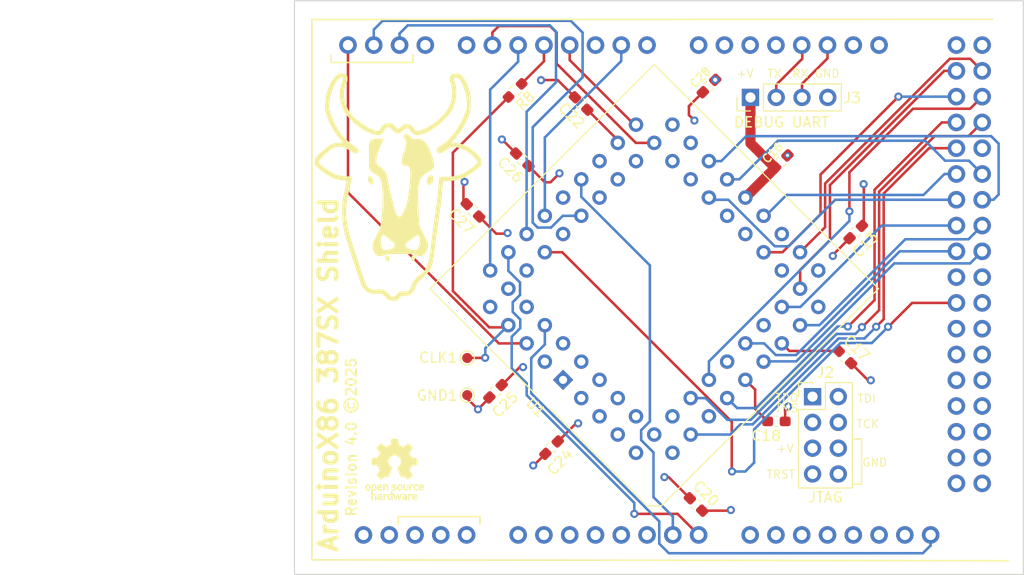
<source format=kicad_pcb>
(kicad_pcb (version 20241229) (generator "pcbnew") (generator_version "9.0")
  (title_block (title "Arduino286") (date "2023-01-18") (rev "1"))
  (layers (0 "F.Cu" signal) (4 "In1.Cu" power) (6 "In2.Cu" power) (2 "B.Cu" signal) (13 "F.Paste" user) (15 "B.Paste" user) (5 "F.SilkS" user "F.Silkscreen") (7 "B.SilkS" user "B.Silkscreen") (1 "F.Mask" user) (3 "B.Mask" user) (25 "Edge.Cuts" user))
  (net 0 "")
  (net 1 "INTR")
  (net 2 "NMI")
  (net 3 "HOLD")
  (net 6 "GND")
  (net 7 "RESET")
  (net 8 "CLOCK")
  (net 9 "+3.3V")
  (net 12 "/D6_A")
  (net 13 "/D7_A")
  (net 14 "/D1_A")
  (net 15 "/D0_A")
  (net 16 "/D5_A")
  (net 17 "/D4_A")
  (net 18 "/D2_A")
  (net 19 "/D3_A")
  (net 20 "/D8_A")
  (net 21 "/D15_A")
  (net 22 "/D12_A")
  (net 23 "/D14_A")
  (net 24 "/D13_A")
  (net 25 "/D10_A")
  (net 26 "/D11_A")
  (net 27 "/D9_A")
  (net 28 "/A4_A")
  (net 29 "/A5_A")
  (net 30 "/A2_A")
  (net 31 "/A7_A")
  (net 32 "/A1_A")
  (net 33 "/A6_A")
  (net 34 "/A0_A")
  (net 35 "/A3_A")
  (net 36 "/A8_A")
  (net 37 "/A15_A")
  (net 38 "/A9_A")
  (net 39 "/A13_A")
  (net 40 "/A14_A")
  (net 41 "/A12_A")
  (net 42 "/A11_A")
  (net 43 "/A10_A")
  (net 44 "/A16_A")
  (net 45 "/A19_A")
  (net 46 "/A18_A")
  (net 47 "/A17_A")
  (net 48 "/A23_A")
  (net 49 "/A22_A")
  (net 50 "/A21_A")
  (net 51 "/A20_A")
  (net 52 "Net-(U1-CPUCLK2)")
  (net 53 "TCK")
  (net 54 "TMS")
  (net 55 "TDO")
  (net 56 "TRST")
  (net 57 "D{slash}~{C}")
  (net 58 "TDI")
  (net 59 "W{slash}~{R}")
  (net 60 "+3.3VP")
  (net 61 "RD")
  (net 62 "WR")
  (net 63 "BS8")
  (net 67 "M{slash}~{IO}")
  (net 77 "PEREQ")
  (net 78 "~{ADS}")
  (net 79 "DBG_TX")
  (net 80 "DBG_RX")
  (net 81 "~{READYO}")
  (net 82 "~{ERROR}")
  (net 83 "~{READY}")
  (net 84 "~{BUSY}")
  (net 85 "~{SMIACT}")
  (net 86 "~{LOCK}")
  (net 87 "~{SMI}")
  (footprint "286-plcc:PLCC-68_286-THT-Socket" (layer "F.Cu") (at 158.730919 105.28514 135)
    (property "Reference" "U1")
    (property "Value" "~" (hide yes))
  )
  (footprint "Capacitor_SMD:C_0603_1608Metric_Pad1.08x0.95mm_HandSolder" (layer "F.Cu") (at 171.83087 117.563806 135)
    (property "Reference" "C20")
    (property "Value" "C" (hide yes))
  )
  (footprint "Capacitor_SMD:C_0603_1608Metric_Pad1.08x0.95mm_HandSolder" (layer "F.Cu") (at 187.570148 90.721511 -135)
    (property "Reference" "C13")
    (property "Value" "C" (hide yes))
  )
  (footprint "Capacitor_SMD:C_0603_1608Metric_Pad1.08x0.95mm_HandSolder" (layer "F.Cu") (at 149.849365 88.581997 -45)
    (property "Reference" "C27")
    (property "Value" "C" (hide yes))
  )
  (footprint "Capacitor_SMD:C_0603_1608Metric_Pad1.08x0.95mm_HandSolder" (layer "F.Cu") (at 179.750554 109.376342 180)
    (property "Reference" "C18")
    (property "Value" "C" (hide yes))
  )
  (footprint "Capacitor_SMD:C_0603_1608Metric_Pad1.08x0.95mm_HandSolder" (layer "F.Cu") (at 180.23012 83.77988 -135)
    (property "Reference" "C16")
    (property "Value" "C" (hide yes))
  )
  (footprint "Capacitor_SMD:C_0603_1608Metric_Pad1.08x0.95mm_HandSolder" (layer "F.Cu") (at 157.597068 111.960891 45)
    (property "Reference" "C24")
    (property "Value" "C" (hide yes))
  )
  (footprint "cow:cow" (layer "F.Cu") (at 142.526771 86.36)
    (property "Reference" "G***" (hide yes))
    (property "Value" "LOGO" (hide yes))
  )
  (footprint "Capacitor_SMD:C_0603_1608Metric_Pad1.08x0.95mm_HandSolder" (layer "F.Cu") (at 186.497063 103.038317 135)
    (property "Reference" "C17")
    (property "Value" "C" (hide yes))
  )
  (footprint "TestPoint:TestPoint_Pad_D1.0mm" (layer "F.Cu") (at 149.28839 103.1305)
    (property "Reference" "CLK1")
    (property "Value" "TestPoint" (hide yes))
  )
  (footprint "Arduino_Library:Arduino_Mega2560_Shield" (layer "F.Cu") (at 103.505 123.1025)
    (property "Reference" "XA1" (hide yes))
    (property "Value" "Arduino_Mega2560_Shield" (hide yes))
  )
  (footprint "Capacitor_SMD:C_0603_1608Metric_Pad1.08x0.95mm_HandSolder" (layer "F.Cu") (at 152.07668 106.404579 45)
    (property "Reference" "C25")
    (property "Value" "C" (hide yes))
  )
  (footprint "Capacitor_SMD:C_0603_1608Metric_Pad1.08x0.95mm_HandSolder" (layer "F.Cu") (at 154.717126 83.593818 -45)
    (property "Reference" "C26")
    (property "Value" "C" (hide yes))
  )
  (footprint "Resistor_SMD:R_0603_1608Metric_Pad0.98x0.95mm_HandSolder" (layer "F.Cu") (at 154.004774 76.770466 -135)
    (property "Reference" "R8")
    (property "Value" "R")
  )
  (footprint "Connector_PinHeader_2.54mm:PinHeader_1x04_P2.54mm_Vertical" (layer "F.Cu") (at 177.193806 77.459017 90)
    (property "Reference" "J3")
    (property "Value" "Conn_01x04_Pin" (hide yes))
  )
  (footprint "Capacitor_SMD:C_0603_1608Metric_Pad1.08x0.95mm_HandSolder" (layer "F.Cu") (at 160.510967 78.057435 -45)
    (property "Reference" "C22")
    (property "Value" "C" (hide yes))
  )
  (footprint "Symbol:OSHW-Logo_5.7x6mm_SilkScreen" (layer "F.Cu") (at 142.130895 114.118398)
    (property "Reference" "REF**" (hide yes))
    (property "Value" "OSHW-Logo_5.7x6mm_SilkScreen" (hide yes))
  )
  (footprint "Capacitor_SMD:C_0603_1608Metric_Pad1.08x0.95mm_HandSolder" (layer "F.Cu") (at 173.110507 76.336384 -135)
    (property "Reference" "C28")
    (property "Value" "C" (hide yes))
  )
  (footprint "Connector_PinHeader_2.54mm:PinHeader_2x04_P2.54mm_Vertical" (layer "F.Cu") (at 183.311512 106.937437)
    (property "Reference" "J2")
    (property "Value" "JTAG")
  )
  (footprint "TestPoint:TestPoint_Pad_D1.0mm" (layer "F.Cu") (at 149.28839 106.78998)
    (property "Reference" "GND1")
    (property "Value" "TestPoint")
  )
  (gr_line (start 188.138379 111.104278) (end 188.138379 115.569999) (stroke (width 0.15)) (layer "F.SilkS"))
  (gr_line (start 142.498768 119.504046) (end 142.498768 118.75976) (stroke (width 0.15)) (layer "F.SilkS"))
  (gr_line (start 143.933009 74.015026) (end 135.89 74.015026) (stroke (width 0.15)) (layer "F.SilkS"))
  (gr_line (start 142.498768 118.75976) (end 150.541777 118.75976) (stroke (width 0.15)) (layer "F.SilkS"))
  (gr_line (start 188.138379 115.569999) (end 187.431307 115.569999) (stroke (width 0.15)) (layer "F.SilkS"))
  (gr_line (start 187.431549 111.104278) (end 188.138379 111.104278) (stroke (width 0.15)) (layer "F.SilkS"))
  (gr_line (start 150.541777 118.75976) (end 150.541777 119.504046) (stroke (width 0.15)) (layer "F.SilkS"))
  (gr_line (start 135.89 74.015026) (end 135.89 73.27074) (stroke (width 0.15)) (layer "F.SilkS"))
  (gr_line (start 143.933009 73.27074) (end 143.933009 74.015026) (stroke (width 0.15)) (layer "F.SilkS"))
  (gr_rect (start 132.267534 67.934788) (end 204.075741 124.46) (stroke (width 0.1)) (fill no) (layer "Edge.Cuts"))
  (gr_text "RX" (at 181.260933 75.585963 0) (layer "F.SilkS") (effects (font (size 0.8 0.8) (thickness 0.1)) (justify left bottom)))
  (gr_text "TMS" (at 179.562633 108.540717 0) (layer "F.SilkS") (effects (font (size 0.8 0.8) (thickness 0.1)) (justify left bottom)))
  (gr_text "DEBUG UART" (at 175.465787 80.489984 0) (layer "F.SilkS") (effects (font (size 1 1)) (justify left bottom)))
  (gr_text "TDI" (at 187.680649 107.601418 0) (layer "F.SilkS") (effects (font (size 0.8 0.8) (thickness 0.1)) (justify left bottom)))
  (gr_text "+V" (at 179.702594 112.535271 0) (layer "F.SilkS") (effects (font (size 0.8 0.8) (thickness 0.1)) (justify left bottom)))
  (gr_text "JTAG" (at 184.59642 116.843063 0) (layer "F.SilkS") (effects (font (size 1 1))))
  (gr_text "Revision 4.0 ©2025" (at 137.866524 110.926126 90) (layer "F.SilkS") (effects (font (size 1 1) (thickness 0.1875))))
  (gr_text "TCK" (at 187.58891 110.096716 0) (layer "F.SilkS") (effects (font (size 0.8 0.8) (thickness 0.1)) (justify left bottom)))
  (gr_text "GND" (at 188.151026 113.895354 0) (layer "F.SilkS") (effects (font (size 0.8 0.8) (thickness 0.1)) (justify left bottom)))
  (gr_text "+V" (at 175.758607 75.585963 0) (layer "F.SilkS") (effects (font (size 0.8 0.8) (thickness 0.1)) (justify left bottom)))
  (gr_text "TRST" (at 178.727426 115.066064 0) (layer "F.SilkS") (effects (font (size 0.8 0.8) (thickness 0.1)) (justify left bottom)))
  (gr_text "GND\n" (at 183.464936 75.585963 0) (layer "F.SilkS") (effects (font (size 0.8 0.8) (thickness 0.1)) (justify left bottom)))
  (gr_text "TDO" (at 179.603983 107.523525 0) (layer "F.SilkS") (effects (font (size 0.8 0.8) (thickness 0.1)) (justify left bottom)))
  (gr_text "TX" (at 178.806475 75.585963 0) (layer "F.SilkS") (effects (font (size 0.8 0.8) (thickness 0.1)) (justify left bottom)))
  (gr_text "ArduinoX86 387SX Shield" (at 135.605645 104.779361 90) (layer "F.SilkS") (effects (font (size 1.8 1.8) (thickness 0.4) (bold yes))))
  (segment (start 149.239485 87.972117) (end 148.915329 87.647961) (width 0.25) (layer "F.Cu") (net 6))
  (segment (start 149.28839 107.124909) (end 150.348999 108.185518) (width 0.25) (layer "F.Cu") (net 6))
  (segment (start 148.915329 87.647961) (end 148.915329 85.887665) (width 0.25) (layer "F.Cu") (net 6))
  (segment (start 188.360486 86.015411) (end 188.342523 85.997448) (width 0.25) (layer "F.Cu") (net 6))
  (segment (start 155.791551 113.717881) (end 155.840078 113.717881) (width 0.25) (layer "F.Cu") (net 6))
  (segment (start 151.4668 107.067717) (end 151.4668 107.014459) (width 0.25) (layer "F.Cu") (net 6))
  (segment (start 152.72332 81.600012) (end 154.107246 82.983938) (width 0.25) (layer "F.Cu") (net 6))
  (segment (start 187.106943 103.648197) (end 188.784252 105.325506) (width 0.25) (layer "F.Cu") (net 6))
  (segment (start 158.199829 75.746297) (end 156.572593 75.746297) (width 0.25) (layer "F.Cu") (net 6))
  (segment (start 155.840078 113.717881) (end 156.987188 112.570771) (width 0.25) (layer "F.Cu") (net 6))
  (segment (start 188.180028 90.111631) (end 188.360486 89.931173) (width 0.25) (layer "F.Cu") (net 6))
  (segment (start 148.915329 85.887665) (end 149.023103 85.779891) (width 0.25) (layer "F.Cu") (net 6))
  (segment (start 150.348999 108.185518) (end 151.4668 107.067717) (width 0.25) (layer "F.Cu") (net 6))
  (segment (start 180.613055 108.203165) (end 180.896828 107.919392) (width 0.25) (layer "F.Cu") (net 6))
  (segment (start 172.44075 118.173686) (end 175.196314 118.173686) (width 0.25) (layer "F.Cu") (net 6))
  (segment (start 149.28839 106.78998) (end 149.28839 107.124909) (width 0.25) (layer "F.Cu") (net 6))
  (segment (start 188.784252 105.325506) (end 189.047697 105.325506) (width 0.25) (layer "F.Cu") (net 6))
  (segment (start 159.901087 77.447555) (end 158.199829 75.746297) (width 0.25) (layer "F.Cu") (net 6))
  (segment (start 175.26 118.11) (end 175.196314 118.173686) (width 0.25) (layer "F.Cu") (net 6))
  (segment (start 156.572593 75.746297) (end 156.560619 75.758271) (width 0.25) (layer "F.Cu") (net 6))
  (segment (start 152.705357 81.600012) (end 152.72332 81.600012) (width 0.25) (layer "F.Cu") (net 6))
  (segment (start 180.613055 109.376342) (end 180.613055 108.203165) (width 0.25) (layer "F.Cu") (net 6))
  (segment (start 188.360486 89.931173) (end 188.360486 86.015411) (width 0.25) (layer "F.Cu") (net 6))
  (via (at 155.791551 113.717881) (size 0.8) (drill 0.4) (layers "F.Cu" "B.Cu") (net 6))
  (via (at 188.342523 85.997448) (size 0.8) (drill 0.4) (layers "F.Cu" "B.Cu") (net 6))
  (via (at 156.560619 75.758271) (size 0.8) (drill 0.4) (layers "F.Cu" "B.Cu") (net 6))
  (via (at 175.26 118.11) (size 0.8) (drill 0.4) (layers "F.Cu" "B.Cu") (net 6))
  (via (at 150.348999 108.185518) (size 0.8) (drill 0.4) (layers "F.Cu" "B.Cu") (net 6))
  (via (at 180.896828 107.919392) (size 0.8) (drill 0.4) (layers "F.Cu" "B.Cu") (net 6))
  (via (at 152.705357 81.600012) (size 0.8) (drill 0.4) (layers "F.Cu" "B.Cu") (net 6))
  (via (at 189.047697 105.325506) (size 0.8) (drill 0.4) (layers "F.Cu" "B.Cu") (net 6))
  (via (at 173.720387 75.726504) (size 0.8) (drill 0.4) (layers "F.Cu" "B.Cu") (net 6))
  (via (at 149.023103 85.779891) (size 0.8) (drill 0.4) (layers "F.Cu" "B.Cu") (net 6))
  (via (at 180.84 83.17) (size 0.6) (drill 0.3) (layers "F.Cu" "B.Cu") (net 6))
  (segment (start 154.305 73.929403) (end 151.546714 76.687689) (width 0.25) (layer "B.Cu") (net 7))
  (segment (start 151.546714 76.687689) (end 151.546714 94.508833) (width 0.25) (layer "B.Cu") (net 7))
  (segment (start 154.305 72.3025) (end 154.305 73.929403) (width 0.25) (layer "B.Cu") (net 7))
  (segment (start 154.650009 76.09775) (end 156.845 73.902759) (width 0.25) (layer "F.Cu") (net 8))
  (segment (start 156.845 73.902759) (end 156.845 72.3025) (width 0.25) (layer "F.Cu") (net 8))
  (segment (start 154.650009 76.125231) (end 154.650009 76.09775) (width 0.25) (layer "F.Cu") (net 8))
  (segment (start 189.577269 100.055249) (end 190.321568 99.31095) (width 0.25) (layer "F.Cu") (net 12))
  (segment (start 194.787764 82.4625) (end 197.485 82.4625) (width 0.25) (layer "F.Cu") (net 12))
  (segment (start 190.321568 86.928696) (end 194.787764 82.4625) (width 0.25) (layer "F.Cu") (net 12))
  (segment (start 190.321568 99.31095) (end 190.321568 86.928696) (width 0.25) (layer "F.Cu") (net 12))
  (via (at 189.577269 100.055249) (size 0.8) (drill 0.4) (layers "F.Cu" "B.Cu") (net 12))
  (segment (start 175.197124 110.673294) (end 171.303278 110.673294) (width 0.25) (layer "B.Cu") (net 12))
  (segment (start 189.577269 100.055249) (end 188.425559 101.206959) (width 0.25) (layer "B.Cu") (net 12))
  (segment (start 176.199418 109.671) (end 175.197124 110.673294) (width 0.25) (layer "B.Cu") (net 12))
  (segment (start 188.425559 101.206959) (end 185.874352 101.206959) (width 0.25) (layer "B.Cu") (net 12))
  (segment (start 177.410311 109.671) (end 176.199418 109.671) (width 0.25) (layer "B.Cu") (net 12))
  (segment (start 185.874352 101.206959) (end 177.410311 109.671) (width 0.25) (layer "B.Cu") (net 12))
  (segment (start 200.025 74.8425) (end 198.8354 73.6529) (width 0.25) (layer "F.Cu") (net 14))
  (segment (start 196.83382 73.6529) (end 184.54841 85.93831) (width 0.25) (layer "F.Cu") (net 14))
  (segment (start 198.8354 73.6529) (end 196.83382 73.6529) (width 0.25) (layer "F.Cu") (net 14))
  (segment (start 184.54841 90.243956) (end 182.079585 92.712781) (width 0.25) (layer "F.Cu") (net 14))
  (segment (start 184.54841 85.93831) (end 184.54841 90.243956) (width 0.25) (layer "F.Cu") (net 14))
  (segment (start 185.024831 86.099699) (end 185.024831 91.517166) (width 0.25) (layer "F.Cu") (net 15))
  (segment (start 196.28203 74.8425) (end 185.024831 86.099699) (width 0.25) (layer "F.Cu") (net 15))
  (segment (start 185.024831 91.517166) (end 182.091002 94.450995) (width 0.25) (layer "F.Cu") (net 15))
  (segment (start 182.091002 94.450995) (end 182.091002 96.293467) (width 0.25) (layer "F.Cu") (net 15))
  (segment (start 182.091002 96.293467) (end 182.079585 96.304884) (width 0.25) (layer "F.Cu") (net 15))
  (segment (start 197.485 74.8425) (end 196.28203 74.8425) (width 0.25) (layer "F.Cu") (net 15))
  (segment (start 197.3975 74.93) (end 197.485 74.8425) (width 0.25) (layer "B.Cu") (net 15))
  (segment (start 189.870568 86.741886) (end 195.339554 81.2729) (width 0.25) (layer "F.Cu") (net 16))
  (segment (start 188.198827 100.091173) (end 189.870568 98.419432) (width 0.25) (layer "F.Cu") (net 16))
  (segment (start 188.176216 100.091173) (end 188.198827 100.091173) (width 0.25) (layer "F.Cu") (net 16))
  (segment (start 195.339554 81.2729) (end 198.6746 81.2729) (width 0.25) (layer "F.Cu") (net 16))
  (segment (start 198.6746 81.2729) (end 200.025 79.9225) (width 0.25) (layer "F.Cu") (net 16))
  (segment (start 189.870568 98.419432) (end 189.870568 86.741886) (width 0.25) (layer "F.Cu") (net 16))
  (via (at 188.176216 100.091173) (size 0.8) (drill 0.4) (layers "F.Cu" "B.Cu") (net 16))
  (segment (start 188.176216 100.091173) (end 188.176216 100.113784) (width 0.25) (layer "B.Cu") (net 16))
  (segment (start 172.770101 107.081191) (end 171.303278 107.081191) (width 0.25) (layer "B.Cu") (net 16))
  (segment (start 187.534041 100.755959) (end 185.687542 100.755959) (width 0.25) (layer "B.Cu") (net 16))
  (segment (start 174.90891 109.22) (end 172.770101 107.081191) (width 0.25) (layer "B.Cu") (net 16))
  (segment (start 177.223501 109.22) (end 174.90891 109.22) (width 0.25) (layer "B.Cu") (net 16))
  (segment (start 185.687542 100.755959) (end 177.223501 109.22) (width 0.25) (layer "B.Cu") (net 16))
  (segment (start 188.176216 100.113784) (end 187.534041 100.755959) (width 0.25) (layer "B.Cu") (net 16))
  (segment (start 186.787138 100.029959) (end 186.814921 100.029959) (width 0.25) (layer "F.Cu") (net 17))
  (segment (start 189.419568 97.425312) (end 189.419568 86.555076) (width 0.25) (layer "F.Cu") (net 17))
  (segment (start 196.052144 79.9225) (end 197.485 79.9225) (width 0.25) (layer "F.Cu") (net 17))
  (segment (start 186.814921 100.029959) (end 189.419568 97.425312) (width 0.25) (layer "F.Cu") (net 17))
  (segment (start 189.419568 86.555076) (end 196.052144 79.9225) (width 0.25) (layer "F.Cu") (net 17))
  (via (at 186.787138 100.029959) (size 0.8) (drill 0.4) (layers "F.Cu" "B.Cu") (net 17))
  (segment (start 186.787138 100.029959) (end 185.775732 100.029959) (width 0.25) (layer "B.Cu") (net 17))
  (segment (start 175.877279 108.06309) (end 174.89538 107.081191) (width 0.25) (layer "B.Cu") (net 17))
  (segment (start 177.742601 108.06309) (end 175.877279 108.06309) (width 0.25) (layer "B.Cu") (net 17))
  (segment (start 185.775732 100.029959) (end 177.742601 108.06309) (width 0.25) (layer "B.Cu") (net 17))
  (segment (start 184.09741 88.959917) (end 180.344546 92.712781) (width 0.25) (layer "F.Cu") (net 18))
  (segment (start 180.344546 92.712781) (end 178.487482 92.712781) (width 0.25) (layer "F.Cu") (net 18))
  (segment (start 191.77 77.3825) (end 184.09741 85.05509) (width 0.25) (layer "F.Cu") (net 18))
  (segment (start 184.09741 85.05509) (end 184.09741 88.959917) (width 0.25) (layer "F.Cu") (net 18))
  (via (at 191.77 77.3825) (size 0.8) (drill 0.4) (layers "F.Cu" "B.Cu") (net 18))
  (segment (start 191.77 77.3825) (end 197.485 77.3825) (width 0.25) (layer "B.Cu") (net 18))
  (segment (start 200.025 77.3825) (end 198.8354 78.5721) (width 0.25) (layer "F.Cu") (net 19))
  (segment (start 186.943227 84.836773) (end 186.943227 88.683201) (width 0.25) (layer "F.Cu") (net 19))
  (segment (start 193.2079 78.5721) (end 186.943227 84.836773) (width 0.25) (layer "F.Cu") (net 19))
  (segment (start 198.8354 78.5721) (end 193.2079 78.5721) (width 0.25) (layer "F.Cu") (net 19))
  (via (at 186.943227 88.683201) (size 0.8) (drill 0.4) (layers "F.Cu" "B.Cu") (net 19))
  (segment (start 186.943227 89.624146) (end 186.943227 88.683201) (width 0.25) (layer "B.Cu") (net 19))
  (segment (start 173.099329 103.468044) (end 186.943227 89.624146) (width 0.25) (layer "B.Cu") (net 19))
  (segment (start 173.099329 105.28514) (end 173.099329 103.468044) (width 0.25) (layer "B.Cu") (net 19))
  (segment (start 194.246062 87.065843) (end 180.748722 87.065843) (width 0.25) (layer "B.Cu") (net 20))
  (segment (start 180.748722 87.065843) (end 178.643905 89.17066) (width 0.25) (layer "B.Cu") (net 20))
  (segment (start 178.643905 89.17066) (end 178.527841 89.17066) (width 0.25) (layer "B.Cu") (net 20))
  (segment (start 197.485 85.0025) (end 196.309405 85.0025) (width 0.25) (layer "B.Cu") (net 20))
  (segment (start 196.309405 85.0025) (end 194.246062 87.065843) (width 0.25) (layer "B.Cu") (net 20))
  (segment (start 178.527841 89.17066) (end 178.487482 89.130301) (width 0.25) (layer "B.Cu") (net 20))
  (segment (start 178.487482 89.130301) (end 178.487482 89.120679) (width 0.25) (layer "B.Cu") (net 20))
  (segment (start 181.703481 103.4644) (end 178.512171 103.4644) (width 0.25) (layer "B.Cu") (net 21))
  (segment (start 198.8354 93.8121) (end 191.355781 93.8121) (width 0.25) (layer "B.Cu") (net 21))
  (segment (start 200.025 92.6225) (end 198.8354 93.8121) (width 0.25) (layer "B.Cu") (net 21))
  (segment (start 191.355781 93.8121) (end 181.703481 103.4644) (width 0.25) (layer "B.Cu") (net 21))
  (segment (start 178.512171 103.4644) (end 178.487482 103.489089) (width 0.25) (layer "B.Cu") (net 21))
  (segment (start 182.113147 98.100935) (end 180.283534 98.100935) (width 0.25) (layer "B.Cu") (net 22))
  (segment (start 190.131582 90.0825) (end 182.113147 98.100935) (width 0.25) (layer "B.Cu") (net 22))
  (segment (start 197.485 90.0825) (end 190.131582 90.0825) (width 0.25) (layer "B.Cu") (net 22))
  (segment (start 178.542945 101.693038) (end 176.691431 101.693038) (width 0.25) (layer "B.Cu") (net 23))
  (segment (start 197.485 92.6225) (end 191.897639 92.6225) (width 0.25) (layer "B.Cu") (net 23))
  (segment (start 179.69257 102.842663) (end 178.542945 101.693038) (width 0.25) (layer "B.Cu") (net 23))
  (segment (start 191.897639 92.6225) (end 181.677476 102.842663) (width 0.25) (layer "B.Cu") (net 23))
  (segment (start 181.677476 102.842663) (end 179.69257 102.842663) (width 0.25) (layer "B.Cu") (net 23))
  (segment (start 183.985343 99.896986) (end 182.079585 99.896986) (width 0.25) (layer "B.Cu") (net 24))
  (segment (start 192.449429 91.4329) (end 183.985343 99.896986) (width 0.25) (layer "B.Cu") (net 24))
  (segment (start 200.025 90.0825) (end 198.6746 91.4329) (width 0.25) (layer "B.Cu") (net 24))
  (segment (start 198.6746 91.4329) (end 192.449429 91.4329) (width 0.25) (layer "B.Cu") (net 24))
  (segment (start 197.485 87.5425) (end 185.543147 87.5425) (width 0.25) (layer "B.Cu") (net 25))
  (segment (start 173.314445 87.539744) (end 173.099329 87.324628) (width 0.25) (layer "B.Cu") (net 25))
  (segment (start 185.543147 87.5425) (end 180.961737 92.12391) (width 0.25) (layer "B.Cu") (net 25))
  (segment (start 180.961737 92.12391) (end 179.593915 92.12391) (width 0.25) (layer "B.Cu") (net 25))
  (segment (start 179.593915 92.12391) (end 175.009749 87.539744) (width 0.25) (layer "B.Cu") (net 25))
  (segment (start 175.009749 87.539744) (end 173.314445 87.539744) (width 0.25) (layer "B.Cu") (net 25))
  (segment (start 176.774352 81.2729) (end 174.314727 83.732525) (width 0.25) (layer "B.Cu") (net 26))
  (segment (start 201.642604 87.028579) (end 201.642604 82.011133) (width 0.25) (layer "B.Cu") (net 26))
  (segment (start 174.314727 83.732525) (end 173.099329 83.732525) (width 0.25) (layer "B.Cu") (net 26))
  (segment (start 201.128683 87.5425) (end 201.642604 87.028579) (width 0.25) (layer "B.Cu") (net 26))
  (segment (start 201.642604 82.011133) (end 200.904371 81.2729) (width 0.25) (layer "B.Cu") (net 26))
  (segment (start 200.025 87.5425) (end 201.128683 87.5425) (width 0.25) (layer "B.Cu") (net 26))
  (segment (start 200.904371 81.2729) (end 176.774352 81.2729) (width 0.25) (layer "B.Cu") (net 26))
  (segment (start 198.711447 83.688947) (end 196.365604 83.688947) (width 0.25) (layer "B.Cu") (net 27))
  (segment (start 200.025 85.0025) (end 198.711447 83.688947) (width 0.25) (layer "B.Cu") (net 27))
  (segment (start 194.400557 81.7239) (end 179.8961 81.7239) (width 0.25) (layer "B.Cu") (net 27))
  (segment (start 176.091423 85.528577) (end 174.89538 85.528577) (width 0.25) (layer "B.Cu") (net 27))
  (segment (start 179.8961 81.7239) (end 176.091423 85.528577) (width 0.25) (layer "B.Cu") (net 27))
  (segment (start 196.365604 83.688947) (end 194.400557 81.7239) (width 0.25) (layer "B.Cu") (net 27))
  (segment (start 193.1275 97.7025) (end 197.485 97.7025) (width 0.25) (layer "F.Cu") (net 30))
  (segment (start 190.752768 100.057259) (end 190.772741 100.057259) (width 0.25) (layer "F.Cu") (net 30))
  (segment (start 158.650326 92.712781) (end 156.934868 92.712781) (width 0.25) (layer "F.Cu") (net 30))
  (segment (start 175.35048 109.412935) (end 158.650326 92.712781) (width 0.25) (layer "F.Cu") (net 30))
  (segment (start 175.35048 114.289321) (end 175.35048 109.412935) (width 0.25) (layer "F.Cu") (net 30))
  (segment (start 190.772741 100.057259) (end 193.1275 97.7025) (width 0.25) (layer "F.Cu") (net 30))
  (segment (start 175.3751 114.313941) (end 175.35048 114.289321) (width 0.25) (layer "F.Cu") (net 30))
  (via (at 190.752768 100.057259) (size 0.8) (drill 0.4) (layers "F.Cu" "B.Cu") (net 30))
  (via (at 175.3751 114.313941) (size 0.8) (drill 0.4) (layers "F.Cu" "B.Cu") (net 30))
  (segment (start 189.152068 101.657959) (end 186.061162 101.657959) (width 0.25) (layer "B.Cu") (net 30))
  (segment (start 177.555856 110.163265) (end 177.555856 113.44045) (width 0.25) (layer "B.Cu") (net 30))
  (segment (start 190.752768 100.057259) (end 189.152068 101.657959) (width 0.25) (layer "B.Cu") (net 30))
  (segment (start 186.061162 101.657959) (end 177.555856 110.163265) (width 0.25) (layer "B.Cu") (net 30))
  (segment (start 176.682365 114.313941) (end 175.3751 114.313941) (width 0.25) (layer "B.Cu") (net 30))
  (segment (start 177.555856 113.44045) (end 176.682365 114.313941) (width 0.25) (layer "B.Cu") (net 30))
  (segment (start 157.202223 89.120679) (end 156.934868 89.120679) (width 0.25) (layer "F.Cu") (net 48))
  (segment (start 164.465 73.872628) (end 156.934868 81.40276) (width 0.25) (layer "B.Cu") (net 48))
  (segment (start 164.465 72.3025) (end 164.465 73.872628) (width 0.25) (layer "B.Cu") (net 48))
  (segment (start 156.934868 81.40276) (end 156.934868 89.120679) (width 0.25) (layer "B.Cu") (net 48))
  (segment (start 153.359539 77.415701) (end 147.873521 82.901719) (width 0.25) (layer "F.Cu") (net 52))
  (segment (start 151.038453 103.122808) (end 149.342221 103.122808) (width 0.25) (layer "F.Cu") (net 52))
  (segment (start 149.342221 103.122808) (end 149.334529 103.1305) (width 0.25) (layer "F.Cu") (net 52))
  (segment (start 147.873521 96.52972) (end 151.455903 100.112102) (width 0.25) (layer "F.Cu") (net 52))
  (segment (start 151.050858 103.110403) (end 151.038453 103.122808) (width 0.25) (layer "F.Cu") (net 52))
  (segment (start 147.873521 82.901719) (end 147.873521 96.52972) (width 0.25) (layer "F.Cu") (net 52))
  (segment (start 153.127649 100.112102) (end 153.342765 99.896986) (width 0.25) (layer "F.Cu") (net 52))
  (segment (start 151.455903 100.112102) (end 153.127649 100.112102) (width 0.25) (layer "F.Cu") (net 52))
  (via (at 151.050858 103.110403) (size 0.8) (drill 0.4) (layers "F.Cu" "B.Cu") (net 52))
  (segment (start 151.069708 103.091553) (end 151.069708 102.170043) (width 0.25) (layer "B.Cu") (net 52))
  (segment (start 151.069708 102.170043) (end 153.342765 99.896986) (width 0.25) (layer "B.Cu") (net 52))
  (segment (start 151.050858 103.110403) (end 151.069708 103.091553) (width 0.25) (layer "B.Cu") (net 52))
  (segment (start 167.281552 94.003017) (end 167.281552 109.383062) (width 0.25) (layer "B.Cu") (net 59))
  (segment (start 166.425824 110.23879) (end 166.425824 111.222692) (width 0.25) (layer "B.Cu") (net 59))
  (segment (start 160.52697 85.528577) (end 160.52697 87.248435) (width 0.25) (layer "B.Cu") (net 59))
  (segment (start 166.425824 111.222692) (end 167.64 112.436868) (width 0.25) (layer "B.Cu") (net 59))
  (segment (start 169.545 118.745) (end 169.545 120.5625) (width 0.25) (layer "B.Cu") (net 59))
  (segment (start 167.64 116.84) (end 169.545 118.745) (width 0.25) (layer "B.Cu") (net 59))
  (segment (start 160.52697 87.248435) (end 167.281552 94.003017) (width 0.25) (layer "B.Cu") (net 59))
  (segment (start 167.281552 109.383062) (end 166.425824 110.23879) (width 0.25) (layer "B.Cu") (net 59))
  (segment (start 167.64 112.436868) (end 167.64 116.84) (width 0.25) (layer "B.Cu") (net 59))
  (segment (start 179.62024 84.395819) (end 176.691431 87.324628) (width 1) (layer "F.Cu") (net 60))
  (segment (start 185.306909 93.074561) (end 185.306909 92.98475) (width 0.25) (layer "F.Cu") (net 60))
  (segment (start 153.021854 105.469203) (end 153.012056 105.469203) (width 0.25) (layer "F.Cu") (net 60))
  (segment (start 154.462706 104.028351) (end 153.021854 105.469203) (width 0.25) (layer "F.Cu") (net 60))
  (segment (start 177.193806 81.969385) (end 179.62024 84.395819) (width 1) (layer "F.Cu") (net 60))
  (segment (start 157.488832 85.819628) (end 158.372793 84.935667) (width 0.25) (layer "F.Cu") (net 60))
  (segment (start 182.828496 102.438906) (end 181.029402 102.438906) (width 0.25) (layer "F.Cu") (net 60))
  (segment (start 177.654527 108.142816) (end 177.654527 106.248236) (width 0.25) (layer "F.Cu") (net 60))
  (segment (start 155.327006 84.203698) (end 155.327006 84.207006) (width 0.25) (layer "F.Cu") (net 60))
  (segment (start 160.013788 109.566599) (end 158.56534 111.015047) (width 0.25) (layer "F.Cu") (net 60))
  (segment (start 182.838965 102.428437) (end 182.828496 102.438906) (width 0.25) (layer "F.Cu") (net 60))
  (segment (start 156.939628 85.819628) (end 157.488832 85.819628) (width 0.25) (layer "F.Cu") (net 60))
  (segment (start 185.887183 102.428437) (end 182.838965 102.428437) (width 0.25) (layer "F.Cu") (net 60))
  (segment (start 181.029402 102.438906) (end 180.283534 101.693038) (width 0.25) (layer "F.Cu") (net 60))
  (segment (start 169.136537 114.869473) (end 171.22099 116.953926) (width 0.25) (layer "F.Cu") (net 60))
  (segment (start 185.306909 92.98475) (end 186.960268 91.331391) (width 0.25) (layer "F.Cu") (net 60))
  (segment (start 178.888053 109.376342) (end 177.654527 108.142816) (width 0.25) (layer "F.Cu") (net 60))
  (segment (start 150.459245 89.191877) (end 152.148529 90.881161) (width 0.25) (layer "F.Cu") (net 60))
  (segment (start 158.542912 111.015047) (end 158.206948 111.351011) (width 0.25) (layer "F.Cu") (net 60))
  (segment (start 171.130699 78.316192) (end 172.500627 76.946264) (width 0.25) (layer "F.Cu") (net 60))
  (segment (start 164.119073 81.665541) (end 164.119073 81.936474) (width 0.25) (layer "F.Cu") (net 60))
  (segment (start 152.148529 90.881161) (end 153.198334 90.881161) (width 0.25) (layer "F.Cu") (net 60))
  (segment (start 153.012056 105.469203) (end 152.68656 105.794699) (width 0.25) (layer "F.Cu") (net 60))
  (segment (start 154.786483 104.028351) (end 154.462706 104.028351) (width 0.25) (layer "F.Cu") (net 60))
  (segment (start 171.669566 79.733239) (end 171.130699 79.194372) (width 0.25) (layer "F.Cu") (net 60))
  (segment (start 160.212266 109.566599) (end 160.013788 109.566599) (width 0.25) (layer "F.Cu") (net 60))
  (segment (start 155.327006 84.207006) (end 156.939628 85.819628) (width 0.25) (layer "F.Cu") (net 60))
  (segment (start 177.193806 77.459017) (end 177.193806 81.969385) (width 1) (layer "F.Cu") (net 60))
  (segment (start 171.130699 79.194372) (end 171.130699 78.316192) (width 0.25) (layer "F.Cu") (net 60))
  (segment (start 177.654527 106.248236) (end 176.691431 105.28514) (width 0.25) (layer "F.Cu") (net 60))
  (segment (start 168.714425 114.869473) (end 169.136537 114.869473) (width 0.25) (layer "F.Cu") (net 60))
  (segment (start 158.56534 111.015047) (end 158.542912 111.015047) (width 0.25) (layer "F.Cu") (net 60))
  (segment (start 179.62024 84.38976) (end 179.62024 84.395819) (width 0.25) (layer "F.Cu") (net 60))
  (segment (start 153.198334 90.881161) (end 153.262856 90.816639) (width 0.25) (layer "F.Cu") (net 60))
  (segment (start 161.120847 78.667315) (end 164.119073 81.665541) (width 0.25) (layer "F.Cu") (net 60))
  (via (at 153.262856 90.816639) (size 0.8) (drill 0.4) (layers "F.Cu" "B.Cu") (net 60))
  (via (at 154.786483 104.028351) (size 0.8) (drill 0.4) (layers "F.Cu" "B.Cu") (net 60))
  (via (at 171.669566 79.733239) (size 0.8) (drill 0.4) (layers "F.Cu" "B.Cu") (net 60))
  (via (at 158.372793 84.935667) (size 0.8) (drill 0.4) (layers "F.Cu" "B.Cu") (net 60))
  (via (at 185.306909 93.074561) (size 0.8) (drill 0.4) (layers "F.Cu" "B.Cu") (net 60))
  (via (at 168.714425 114.869473) (size 0.8) (drill 0.4) (layers "F.Cu" "B.Cu") (net 60))
  (via (at 160.212266 109.566599) (size 0.8) (drill 0.4) (layers "F.Cu" "B.Cu") (net 60))
  (segment (start 156.227315 90.281637) (end 157.544476 90.281637) (width 0.25) (layer "B.Cu") (net 67))
  (segment (start 158.705434 89.120679) (end 160.52697 89.120679) (width 0.25) (layer "B.Cu") (net 67))
  (segment (start 160.655553 75.474137) (end 155.739136 80.390554) (width 0.25) (layer "B.Cu") (net 67))
  (segment (start 140.953859 69.908396) (end 159.490362 69.908396) (width 0.25) (layer "B.Cu") (net 67))
  (segment (start 160.655553 71.073587) (end 160.655553 75.474137) (width 0.25) (layer "B.Cu") (net 67))
  (segment (start 140.081 70.781255) (end 140.953859 69.908396) (width 0.25) (layer "B.Cu") (net 67))
  (segment (start 157.544476 90.281637) (end 158.705434 89.120679) (width 0.25) (layer "B.Cu") (net 67))
  (segment (start 159.490362 69.908396) (end 160.655553 71.073587) (width 0.25) (layer "B.Cu") (net 67))
  (segment (start 155.739136 89.793458) (end 156.227315 90.281637) (width 0.25) (layer "B.Cu") (net 67))
  (segment (start 155.739136 80.390554) (end 155.739136 89.793458) (width 0.25) (layer "B.Cu") (net 67))
  (segment (start 140.081 72.3025) (end 140.081 70.781255) (width 0.25) (layer "B.Cu") (net 67))
  (segment (start 137.541 72.3025) (end 137.541 86.835009) (width 0.25) (layer "F.Cu") (net 77))
  (segment (start 137.541 86.835009) (end 152.399029 101.693038) (width 0.25) (layer "F.Cu") (net 77))
  (segment (start 152.399029 101.693038) (end 155.138817 101.693038) (width 0.25) (layer "F.Cu") (net 77))
  (segment (start 143.425022 70.359396) (end 157.426947 70.359396) (width 0.25) (layer "B.Cu") (net 78))
  (segment (start 157.426947 70.359396) (end 158.0346 70.967049) (width 0.25) (layer "B.Cu") (net 78))
  (segment (start 158.0346 70.967049) (end 158.0346 75.97451) (width 0.25) (layer "B.Cu") (net 78))
  (segment (start 158.0346 75.97451) (end 155.138817 78.870293) (width 0.25) (layer "B.Cu") (net 78))
  (segment (start 142.621 72.3025) (end 142.621 71.163418) (width 0.25) (layer "B.Cu") (net 78))
  (segment (start 155.138817 78.870293) (end 155.138817 90.91673) (width 0.25) (layer "B.Cu") (net 78))
  (segment (start 142.621 71.163418) (end 143.425022 70.359396) (width 0.25) (layer "B.Cu") (net 78))
  (segment (start 179.733806 76.214302) (end 182.29723 73.650878) (width 0.25) (layer "F.Cu") (net 79))
  (segment (start 179.733806 77.459017) (end 179.733806 76.214302) (width 0.25) (layer "F.Cu") (net 79))
  (segment (start 182.29723 72.35473) (end 182.245 72.3025) (width 0.25) (layer "F.Cu") (net 79))
  (segment (start 182.29723 73.650878) (end 182.29723 72.35473) (width 0.25) (layer "F.Cu") (net 79))
  (segment (start 182.273806 76.119801) (end 184.785 73.608607) (width 0.25) (layer "F.Cu") (net 80))
  (segment (start 184.785 73.608607) (end 184.785 72.3025) (width 0.25) (layer "F.Cu") (net 80))
  (segment (start 182.273806 77.459017) (end 182.273806 76.119801) (width 0.25) (layer "F.Cu") (net 80))
  (segment (start 155.60989 103.218901) (end 155.595934 103.232857) (width 0.25) (layer "B.Cu") (net 81))
  (segment (start 168.208708 121.42456) (end 169.150741 122.366593) (width 0.25) (layer "B.Cu") (net 81))
  (segment (start 168.208708 119.226484) (end 168.208708 121.42456) (width 0.25) (layer "B.Cu") (net 81))
  (segment (start 155.595934 106.61371) (end 168.208708 119.226484) (width 0.25) (layer "B.Cu") (net 81))
  (segment (start 155.60989 103.121208) (end 155.60989 103.218901) (width 0.25) (layer "B.Cu") (net 81))
  (segment (start 155.595934 103.232857) (end 155.595934 106.61371) (width 0.25) (layer "B.Cu") (net 81))
  (segment (start 156.934868 99.896986) (end 156.934868 101.79623) (width 0.25) (layer "B.Cu") (net 81))
  (segment (start 169.150741 122.366593) (end 194.177417 122.366593) (width 0.25) (layer "B.Cu") (net 81))
  (segment (start 156.934868 101.79623) (end 155.60989 103.121208) (width 0.25) (layer "B.Cu") (net 81))
  (segment (start 194.177417 122.366593) (end 194.945 121.59901) (width 0.25) (layer "B.Cu") (net 81))
  (segment (start 194.945 121.59901) (end 194.945 120.5625) (width 0.25) (layer "B.Cu") (net 81))
  (segment (start 165.74317 80.140423) (end 165.915124 80.140423) (width 0.25) (layer "F.Cu") (net 82))
  (segment (start 159.385 72.3025) (end 159.385 73.782253) (width 0.25) (layer "F.Cu") (net 82))
  (segment (start 159.385 73.782253) (end 165.74317 80.140423) (width 0.25) (layer "F.Cu") (net 82))
  (segment (start 170.009706 118.487206) (end 172.085 120.5625) (width 0.25) (layer "F.Cu") (net 83))
  (segment (start 165.750303 118.487206) (end 170.009706 118.487206) (width 0.25) (layer "F.Cu") (net 83))
  (via (at 165.750303 118.487206) (size 0.8) (drill 0.4) (layers "F.Cu" "B.Cu") (net 83))
  (segment (start 153.772388 98.591768) (end 154.513525 99.332905) (width 0.25) (layer "B.Cu") (net 83))
  (segment (start 153.772388 97.634435) (end 153.772388 98.591768) (width 0.25) (layer "B.Cu") (net 83))
  (segment (start 154.513525 99.332905) (end 154.513525 100.193049) (width 0.25) (layer "B.Cu") (net 83))
  (segment (start 153.67 104.14) (end 155.144934 105.614934) (width 0.25) (layer "B.Cu") (net 83))
  (segment (start 165.750303 117.405889) (end 165.750303 118.487206) (width 0.25) (layer "B.Cu") (net 83))
  (segment (start 154.488715 95.691859) (end 154.488715 96.918108) (width 0.25) (layer "B.Cu") (net 83))
  (segment (start 155.144934 105.614934) (end 155.144934 106.80052) (width 0.25) (layer "B.Cu") (net 83))
  (segment (start 153.342765 94.545909) (end 154.488715 95.691859) (width 0.25) (layer "B.Cu") (net 83))
  (segment (start 155.144934 106.80052) (end 165.750303 117.405889) (width 0.25) (layer "B.Cu") (net 83))
  (segment (start 153.67 101.036574) (end 153.67 104.14) (width 0.25) (layer "B.Cu") (net 83))
  (segment (start 154.488715 96.918108) (end 153.772388 97.634435) (width 0.25) (layer "B.Cu") (net 83))
  (segment (start 154.513525 100.193049) (end 153.67 101.036574) (width 0.25) (layer "B.Cu") (net 83))
  (segment (start 153.342765 92.712781) (end 153.342765 94.545909) (width 0.25) (layer "B.Cu") (net 83))
  (segment (start 165.901979 81.936474) (end 167.711175 81.936474) (width 0.25) (layer "F.Cu") (net 84))
  (segment (start 151.765 72.3025) (end 151.765 71.05781) (width 0.25) (layer "F.Cu") (net 84))
  (segment (start 158.098634 74.133129) (end 165.901979 81.936474) (width 0.25) (layer "F.Cu") (net 84))
  (segment (start 157.435447 70.423431) (end 158.098634 71.086618) (width 0.25) (layer "F.Cu") (net 84))
  (segment (start 151.765 71.05781) (end 152.399379 70.423431) (width 0.25) (layer "F.Cu") (net 84))
  (segment (start 152.399379 70.423431) (end 157.435447 70.423431) (width 0.25) (layer "F.Cu") (net 84))
  (segment (start 158.098634 71.086618) (end 158.098634 74.133129) (width 0.25) (layer "F.Cu") (net 84))
)
</source>
